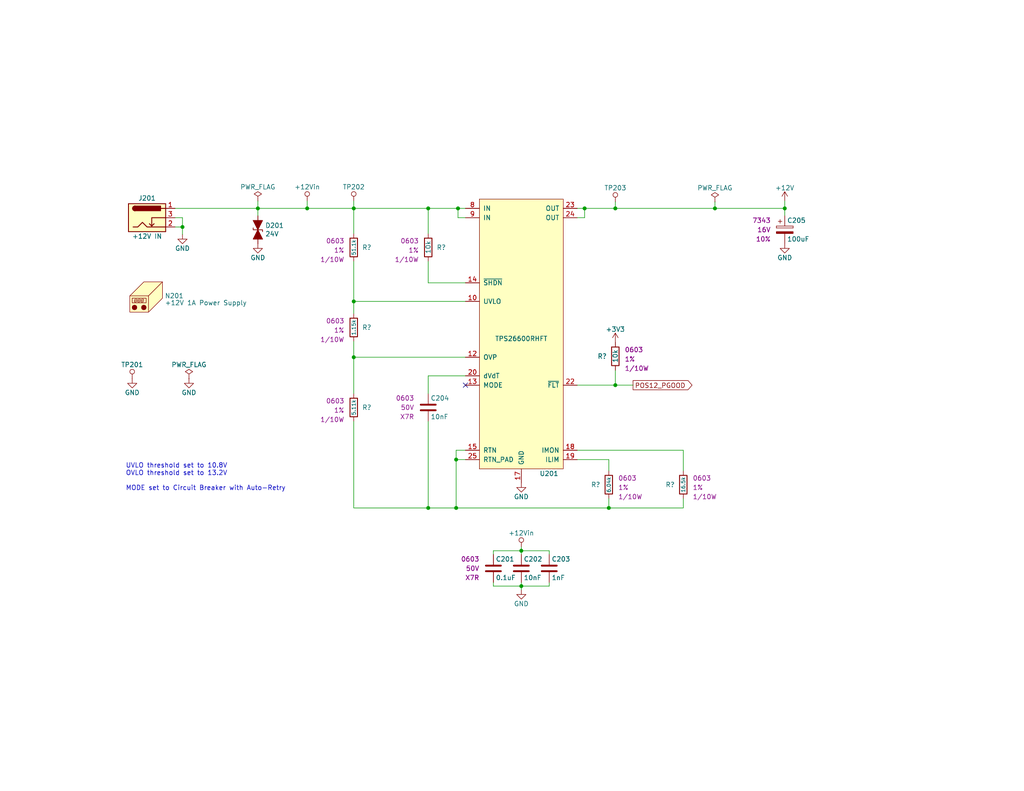
<source format=kicad_sch>
(kicad_sch (version 20230121) (generator eeschema)
  (paper "A")
  (title_block (title "Incrementor") (date "2019-09-03") (rev "A") (company "Drew Maatman"))
  (lib_symbols
    (symbol "Connector:Barrel_Jack_Switch" (pin_names hide)
      (property "Reference" "J" (at 0 5.334 0))
      (property "Value" "Barrel_Jack_Switch" (at 0 -5.08 0))
      (symbol "Barrel_Jack_Switch_0_1"
        (rectangle (start -5.08 3.81) (end 5.08 -3.81) (stroke (width 0.254)) (fill (type background)))
        (arc (start -3.302 3.175) (mid -3.9343 2.54) (end -3.302 1.905) (stroke (width 0.254)))
        (arc (start -3.302 3.175) (mid -3.9343 2.54) (end -3.302 1.905) (stroke (width 0.254)) (fill (type outline)))
        (polyline (pts (xy 1.27 -2.286) (xy 1.905 -1.651)) (stroke (width 0.254)))
        (polyline (pts (xy 5.08 2.54) (xy 3.81 2.54)) (stroke (width 0.254)))
        (polyline (pts (xy 5.08 0) (xy 1.27 0) (xy 1.27 -2.286) (xy 0.635 -1.651)) (stroke (width 0.254)))
        (polyline (pts (xy -3.81 -2.54) (xy -2.54 -2.54) (xy -1.27 -1.27) (xy 0 -2.54) (xy 2.54 -2.54) (xy 5.08 -2.54)) (stroke (width 0.254)))
        (rectangle (start 3.683 3.175) (end -3.302 1.905) (stroke (width 0.254)) (fill (type outline)))
      )
      (symbol "Barrel_Jack_Switch_1_1"
        (pin passive line (at 7.62 2.54 180) (length 2.54) (name "~") (number "1"))
        (pin passive line (at 7.62 -2.54 180) (length 2.54) (name "~") (number "2"))
        (pin passive line (at 7.62 0 180) (length 2.54) (name "~") (number "3"))
      )
    )
    (symbol "Custom_Library:+12Vin" (power) (pin_names (offset 0))
      (property "Value" "+12Vin" (at 0 3.81 0))
      (symbol "+12Vin_0_1"
        (polyline (pts (xy 0 0) (xy 0 1.27)))
        (circle (center 0 1.905) (radius 0.635))
      )
      (symbol "+12Vin_1_1"
        (pin power_in line (at 0 0 90) (length 0) hide (name "+12Vin") (number "1"))
      )
    )
    (symbol "Custom_Library:CP_Tant_Custom" (pin_numbers hide) (pin_names (offset 0.254))
      (property "Reference" "C" (at 0.635 2.54 0))
      (property "Value" "CP_Tant_Custom" (at 0.635 -2.54 0))
      (property "display_footprint" "Foot" (at -3.81 2.54 0))
      (property "Voltage" "V" (at -3.81 0 0))
      (property "Tolerance" "Tol" (at -3.81 -2.54 0))
      (symbol "CP_Tant_Custom_0_1"
        (rectangle (start -2.286 0.508) (end -2.286 1.016))
        (rectangle (start -2.286 0.508) (end 2.286 0.508))
        (polyline (pts (xy -1.778 2.286) (xy -0.762 2.286)))
        (polyline (pts (xy -1.27 2.794) (xy -1.27 1.778)))
        (rectangle (start 2.286 -0.508) (end -2.286 -1.016) (fill (type outline)))
        (rectangle (start 2.286 1.016) (end -2.286 1.016))
        (rectangle (start 2.286 1.016) (end 2.286 0.508))
      )
      (symbol "CP_Tant_Custom_1_1"
        (pin passive line (at 0 3.81 270) (length 2.794) (name "~") (number "1"))
        (pin passive line (at 0 -3.81 90) (length 2.794) (name "~") (number "2"))
      )
    )
    (symbol "Custom_Library:C_Custom" (pin_numbers hide) (pin_names (offset 0.254))
      (property "Reference" "C" (at 0.635 2.54 0))
      (property "Value" "C_Custom" (at 0.635 -2.54 0))
      (property "display_footprint" "Foot" (at -3.81 2.54 0))
      (property "Voltage" "V" (at -3.81 0 0))
      (property "Dielectric" "Er" (at -3.81 -2.54 0))
      (symbol "C_Custom_0_1"
        (polyline (pts (xy -2.032 -0.762) (xy 2.032 -0.762)) (stroke (width 0.508)))
        (polyline (pts (xy -2.032 0.762) (xy 2.032 0.762)) (stroke (width 0.508)))
      )
      (symbol "C_Custom_1_1"
        (pin passive line (at 0 3.81 270) (length 2.794) (name "~") (number "1"))
        (pin passive line (at 0 -3.81 90) (length 2.794) (name "~") (number "2"))
      )
    )
    (symbol "Custom_Library:R_Custom" (pin_numbers hide) (pin_names (offset 1.016) hide)
      (property "Reference" "R" (at -2.54 0 90))
      (property "Value" "R_Custom" (at 0 0 90))
      (property "display_footprint" "Foot" (at 2.54 0 90))
      (property "Tolerance" "Tol" (at 5.08 0 90))
      (property "Wattage" "W" (at 7.62 0 90))
      (symbol "R_Custom_0_1"
        (rectangle (start 1.016 2.54) (end -1.016 -2.54) (stroke (width 0.254)))
      )
      (symbol "R_Custom_1_1"
        (pin passive line (at 0 3.81 270) (length 1.27) (name "1") (number "1"))
        (pin passive line (at 0 -3.81 90) (length 1.27) (name "2") (number "2"))
      )
    )
    (symbol "Custom_Library:TP" (pin_numbers hide) (pin_names (offset 0) hide)
      (property "Reference" "TP" (at 0 3.81 0))
      (symbol "TP_0_1"
        (polyline (pts (xy 0 0) (xy 0 1.27)))
        (circle (center 0 1.905) (radius 0.635))
      )
      (symbol "TP_1_1"
        (pin passive line (at 0 0 90) (length 0) (name "TP") (number "1"))
      )
    )
    (symbol "Custom_Library:TP_Pad" (pin_numbers hide) (pin_names (offset 0) hide)
      (property "Reference" "TP" (at 0 3.81 0))
      (symbol "TP_Pad_0_1"
        (polyline (pts (xy 0 0) (xy 0 1.27)))
        (circle (center 0 1.905) (radius 0.635))
      )
      (symbol "TP_Pad_1_1"
        (pin passive line (at 0 0 90) (length 0) (name "TP") (number "1"))
      )
    )
    (symbol "Incrementor-rescue:+3.3V-power" (power) (pin_names (offset 0))
      (property "Value" "+3.3V-power" (at 0 3.556 0))
      (symbol "+3.3V-power_0_1"
        (polyline (pts (xy -0.762 1.27) (xy 0 2.54)))
        (polyline (pts (xy 0 0) (xy 0 2.54)))
        (polyline (pts (xy 0 2.54) (xy 0.762 1.27)))
      )
      (symbol "+3.3V-power_1_1"
        (pin power_in line (at 0 0 90) (length 0) hide (name "+3V3") (number "1"))
      )
    )
    (symbol "Incrementor-rescue:D_TVS_ALT-Device" (pin_numbers hide) (pin_names (offset 1.016) hide)
      (property "Reference" "D" (at 0 2.54 0))
      (property "Value" "Device_D_TVS_ALT" (at 0 -2.54 0))
      (symbol "D_TVS_ALT-Device_0_1"
        (polyline (pts (xy 1.27 0) (xy -1.27 0)))
        (polyline (pts (xy -2.54 -1.27) (xy 0 0) (xy -2.54 1.27) (xy -2.54 -1.27)) (stroke (width 0.2032)) (fill (type outline)))
        (polyline (pts (xy 0.508 1.27) (xy 0 1.27) (xy 0 -1.27) (xy -0.508 -1.27)) (stroke (width 0.2032)))
        (polyline (pts (xy 2.54 1.27) (xy 2.54 -1.27) (xy 0 0) (xy 2.54 1.27)) (stroke (width 0.2032)) (fill (type outline)))
      )
      (symbol "D_TVS_ALT-Device_1_1"
        (pin passive line (at -3.81 0 0) (length 2.54) (name "A1") (number "1"))
        (pin passive line (at 3.81 0 180) (length 2.54) (name "A2") (number "2"))
      )
    )
    (symbol "Incrementor-rescue:TPS26600RHFT-Custom_Library" (pin_names (offset 1.016))
      (property "Reference" "U" (at 10.16 -36.83 0))
      (property "Value" "Custom_Library_TPS26600RHFT" (at 0 0 0))
      (symbol "TPS26600RHFT-Custom_Library_0_1"
        (rectangle (start -11.43 38.1) (end 11.43 -35.56) (fill (type background)))
      )
      (symbol "TPS26600RHFT-Custom_Library_1_1"
        (pin no_connect line (at 15.24 -16.51 180) (length 3.81) hide (name "NC") (number "1"))
        (pin passive line (at -15.24 10.16 0) (length 3.81) (name "UVLO") (number "10"))
        (pin no_connect line (at 15.24 -25.4 180) (length 3.81) hide (name "NC") (number "11"))
        (pin no_connect line (at 15.24 -27.94 180) (length 3.81) hide (name "NC") (number "12"))
        (pin passive line (at -15.24 -5.08 0) (length 3.81) (name "OVP") (number "12"))
        (pin passive line (at -15.24 -12.7 0) (length 3.81) (name "MODE") (number "13"))
        (pin input line (at -15.24 15.24 0) (length 3.81) (name "~{SHDN}") (number "14"))
        (pin passive line (at -15.24 -30.48 0) (length 3.81) (name "RTN") (number "15"))
        (pin no_connect line (at 15.24 -26.67 180) (length 3.81) hide (name "NC") (number "16"))
        (pin power_in line (at 0 -39.37 90) (length 3.81) (name "GND") (number "17"))
        (pin passive line (at 15.24 -30.48 180) (length 3.81) (name "IMON") (number "18"))
        (pin passive line (at 15.24 -33.02 180) (length 3.81) (name "ILIM") (number "19"))
        (pin no_connect line (at 15.24 -17.78 180) (length 3.81) hide (name "NC") (number "2"))
        (pin passive line (at -15.24 -10.16 0) (length 3.81) (name "dVdT") (number "20"))
        (pin open_collector line (at 15.24 -12.7 180) (length 3.81) (name "~{FLT}") (number "22"))
        (pin power_out line (at 15.24 35.56 180) (length 3.81) (name "OUT") (number "23"))
        (pin power_out line (at 15.24 33.02 180) (length 3.81) (name "OUT") (number "24"))
        (pin passive line (at -15.24 -33.02 0) (length 3.81) (name "RTN_PAD") (number "25"))
        (pin no_connect line (at 15.24 -19.05 180) (length 3.81) hide (name "NC") (number "3"))
        (pin no_connect line (at 15.24 -21.59 180) (length 3.81) hide (name "NC") (number "4"))
        (pin no_connect line (at 15.24 -20.32 180) (length 3.81) hide (name "NC") (number "5"))
        (pin no_connect line (at 15.24 -22.86 180) (length 3.81) hide (name "NC") (number "6"))
        (pin no_connect line (at 15.24 -24.13 180) (length 3.81) hide (name "NC") (number "7"))
        (pin power_in line (at -15.24 35.56 0) (length 3.81) (name "IN") (number "8"))
        (pin power_in line (at -15.24 33.02 0) (length 3.81) (name "IN") (number "9"))
      )
    )
    (symbol "Mechanical:Housing" (pin_names (offset 1.016))
      (property "Reference" "N" (at 3.81 0 0))
      (property "Value" "Housing" (at 3.81 -1.905 0))
      (symbol "Housing_0_1"
        (rectangle (start -5.08 -0.635) (end -1.27 -1.905))
        (circle (center -4.445 -3.175) (radius 0.635) (fill (type outline)))
        (circle (center -1.905 -3.175) (radius 0.635) (fill (type outline)))
        (polyline (pts (xy -4.5212 -1.5748) (xy -4.4704 -1.3716)))
        (polyline (pts (xy -4.4196 -1.6764) (xy -4.064 -1.6764)))
        (polyline (pts (xy -4.4196 -1.2192) (xy -4.3688 -0.9652)))
        (polyline (pts (xy -4.318 -1.3208) (xy -4.0132 -1.3208)))
        (polyline (pts (xy -4.2164 -0.9144) (xy -3.9116 -0.9144)))
        (polyline (pts (xy -3.9116 -1.6256) (xy -3.8608 -1.3716)))
        (polyline (pts (xy -3.81 -1.2192) (xy -3.7592 -0.9652)))
        (polyline (pts (xy -3.6068 -1.5748) (xy -3.556 -1.3716)))
        (polyline (pts (xy -3.5052 -1.6764) (xy -3.1496 -1.6764)))
        (polyline (pts (xy -3.5052 -1.2192) (xy -3.4544 -0.9652)))
        (polyline (pts (xy -3.4036 -1.3208) (xy -3.0988 -1.3208)))
        (polyline (pts (xy -3.302 -0.9144) (xy -2.9972 -0.9144)))
        (polyline (pts (xy -2.9972 -1.6256) (xy -2.9464 -1.3716)))
        (polyline (pts (xy -2.8956 -1.2192) (xy -2.8448 -0.9652)))
        (polyline (pts (xy -2.6924 -1.5748) (xy -2.6416 -1.3716)))
        (polyline (pts (xy -2.5908 -1.6764) (xy -2.2352 -1.6764)))
        (polyline (pts (xy -2.5908 -1.2192) (xy -2.54 -0.9652)))
        (polyline (pts (xy -2.4892 -1.3208) (xy -2.1844 -1.3208)))
        (polyline (pts (xy -2.3876 -0.9144) (xy -2.0828 -0.9144)))
        (polyline (pts (xy -2.0828 -1.6256) (xy -2.032 -1.3716)))
        (polyline (pts (xy -1.9812 -1.2192) (xy -1.9304 -0.9652)))
        (polyline (pts (xy -0.635 0) (xy -0.635 -4.445)))
        (polyline (pts (xy -5.715 0) (xy -0.635 0) (xy 3.175 3.81)))
        (polyline (pts (xy -5.715 0) (xy -5.715 -4.445) (xy -0.635 -4.445) (xy 3.175 -0.635) (xy 3.175 3.81) (xy -1.905 3.81) (xy -5.715 0)) (fill (type background)))
      )
    )
    (symbol "power:+12V" (power) (pin_names (offset 0))
      (property "Value" "+12V" (at 0 3.556 0))
      (symbol "+12V_0_1"
        (polyline (pts (xy -0.762 1.27) (xy 0 2.54)))
        (polyline (pts (xy 0 0) (xy 0 2.54)))
        (polyline (pts (xy 0 2.54) (xy 0.762 1.27)))
      )
      (symbol "+12V_1_1"
        (pin power_in line (at 0 0 90) (length 0) hide (name "+12V") (number "1"))
      )
    )
    (symbol "power:GND" (power) (pin_names (offset 0))
      (property "Value" "GND" (at 0 -3.81 0))
      (symbol "GND_0_1"
        (polyline (pts (xy 0 0) (xy 0 -1.27) (xy 1.27 -1.27) (xy 0 -2.54) (xy -1.27 -1.27) (xy 0 -1.27)))
      )
      (symbol "GND_1_1"
        (pin power_in line (at 0 0 270) (length 0) hide (name "GND") (number "1"))
      )
    )
    (symbol "power:PWR_FLAG" (power) (pin_numbers hide) (pin_names (offset 0) hide)
      (property "Value" "PWR_FLAG" (at 0 3.81 0))
      (symbol "PWR_FLAG_0_0"
        (pin power_out line (at 0 0 90) (length 0) (name "pwr") (number "1"))
      )
      (symbol "PWR_FLAG_0_1"
        (polyline (pts (xy 0 0) (xy 0 1.27) (xy -1.016 1.905) (xy 0 2.54) (xy 1.016 1.905) (xy 0 1.27)))
      )
    )
  )
  (junction (at 142.24 160.02))
  (junction (at 159.512 56.896))
  (junction (at 124.968 56.896))
  (junction (at 96.52 97.536))
  (junction (at 83.82 56.896))
  (junction (at 167.894 105.156))
  (junction (at 116.84 138.684))
  (junction (at 142.24 150.368))
  (junction (at 167.894 56.896))
  (junction (at 96.52 56.896))
  (junction (at 195.072 56.896))
  (junction (at 49.784 61.976))
  (junction (at 96.52 82.296))
  (junction (at 124.46 125.476))
  (junction (at 166.116 138.684))
  (junction (at 214.122 56.896))
  (junction (at 70.358 56.896))
  (junction (at 116.84 56.896))
  (junction (at 124.46 138.684))
  (no_connect (at 127 105.156))
  (wire (pts (xy 142.24 160.02) (xy 134.62 160.02)))
  (wire (pts (xy 124.46 122.936) (xy 124.46 125.476)))
  (wire (pts (xy 127 82.296) (xy 96.52 82.296)))
  (wire (pts (xy 49.784 64.008) (xy 49.784 61.976)))
  (wire (pts (xy 142.24 160.02) (xy 149.86 160.02)))
  (wire (pts (xy 142.24 150.368) (xy 149.86 150.368)))
  (wire (pts (xy 124.46 125.476) (xy 127 125.476)))
  (wire (pts (xy 96.52 56.896) (xy 83.82 56.896)))
  (wire (pts (xy 96.52 71.374) (xy 96.52 82.296)))
  (wire (pts (xy 142.24 160.02) (xy 142.24 159.004)))
  (wire (pts (xy 127 59.436) (xy 124.968 59.436)))
  (wire (pts (xy 186.436 136.144) (xy 186.436 138.684)))
  (wire (pts (xy 116.84 77.216) (xy 116.84 71.374)))
  (wire (pts (xy 127 122.936) (xy 124.46 122.936)))
  (wire (pts (xy 70.358 54.864) (xy 70.358 56.896)))
  (wire (pts (xy 124.968 56.896) (xy 116.84 56.896)))
  (wire (pts (xy 159.512 56.896) (xy 157.48 56.896)))
  (wire (pts (xy 186.436 128.524) (xy 186.436 122.936)))
  (wire (pts (xy 172.72 105.156) (xy 167.894 105.156)))
  (wire (pts (xy 70.358 58.928) (xy 70.358 56.896)))
  (wire (pts (xy 134.62 160.02) (xy 134.62 159.004)))
  (wire (pts (xy 142.24 149.352) (xy 142.24 150.368)))
  (wire (pts (xy 96.52 82.296) (xy 96.52 85.598)))
  (wire (pts (xy 149.86 160.02) (xy 149.86 159.004)))
  (wire (pts (xy 49.784 61.976) (xy 47.752 61.976)))
  (wire (pts (xy 116.84 102.616) (xy 127 102.616)))
  (wire (pts (xy 49.784 61.976) (xy 49.784 59.436)))
  (wire (pts (xy 83.82 56.896) (xy 70.358 56.896)))
  (wire (pts (xy 167.894 105.156) (xy 167.894 101.092)))
  (wire (pts (xy 134.62 150.368) (xy 142.24 150.368)))
  (wire (pts (xy 96.52 63.754) (xy 96.52 56.896)))
  (wire (pts (xy 186.436 122.936) (xy 157.48 122.936)))
  (wire (pts (xy 166.116 138.684) (xy 124.46 138.684)))
  (wire (pts (xy 186.436 138.684) (xy 166.116 138.684)))
  (wire (pts (xy 127 97.536) (xy 96.52 97.536)))
  (wire (pts (xy 116.84 115.062) (xy 116.84 138.684)))
  (wire (pts (xy 214.122 56.896) (xy 195.072 56.896)))
  (wire (pts (xy 116.84 63.754) (xy 116.84 56.896)))
  (wire (pts (xy 96.52 115.062) (xy 96.52 138.684)))
  (wire (pts (xy 127 77.216) (xy 116.84 77.216)))
  (wire (pts (xy 83.82 54.864) (xy 83.82 56.896)))
  (wire (pts (xy 96.52 138.684) (xy 116.84 138.684)))
  (wire (pts (xy 167.894 55.118) (xy 167.894 56.896)))
  (wire (pts (xy 195.072 56.896) (xy 167.894 56.896)))
  (wire (pts (xy 214.122 54.864) (xy 214.122 56.896)))
  (wire (pts (xy 149.86 150.368) (xy 149.86 151.384)))
  (wire (pts (xy 157.48 59.436) (xy 159.512 59.436)))
  (wire (pts (xy 166.116 136.144) (xy 166.116 138.684)))
  (wire (pts (xy 49.784 59.436) (xy 47.752 59.436)))
  (wire (pts (xy 195.072 55.118) (xy 195.072 56.896)))
  (wire (pts (xy 124.46 138.684) (xy 124.46 125.476)))
  (wire (pts (xy 214.122 58.928) (xy 214.122 56.896)))
  (wire (pts (xy 166.116 125.476) (xy 157.48 125.476)))
  (wire (pts (xy 96.52 97.536) (xy 96.52 93.218)))
  (wire (pts (xy 157.48 105.156) (xy 167.894 105.156)))
  (wire (pts (xy 116.84 138.684) (xy 124.46 138.684)))
  (wire (pts (xy 116.84 56.896) (xy 96.52 56.896)))
  (wire (pts (xy 166.116 128.524) (xy 166.116 125.476)))
  (wire (pts (xy 96.52 54.864) (xy 96.52 56.896)))
  (wire (pts (xy 127 56.896) (xy 124.968 56.896)))
  (wire (pts (xy 142.24 161.036) (xy 142.24 160.02)))
  (wire (pts (xy 116.84 107.442) (xy 116.84 102.616)))
  (wire (pts (xy 124.968 59.436) (xy 124.968 56.896)))
  (wire (pts (xy 47.752 56.896) (xy 70.358 56.896)))
  (wire (pts (xy 96.52 107.442) (xy 96.52 97.536)))
  (wire (pts (xy 134.62 151.384) (xy 134.62 150.368)))
  (wire (pts (xy 142.24 150.368) (xy 142.24 151.384)))
  (wire (pts (xy 159.512 59.436) (xy 159.512 56.896)))
  (wire (pts (xy 167.894 56.896) (xy 159.512 56.896)))
  (text "UVLO threshold set to 10.8V\nOVLO threshold set to 13.2V\n\nMODE set to Circuit Breaker with Auto-Retry" (at 34.29 134.112 0) (effects (font (size 1.27 1.27)) (justify left bottom)))
  (global_label "POS12_PGOOD" (shape output) (at 172.72 105.156 0) (property "Intersheetrefs" "${INTERSHEET_REFS}" (effects hide)))
  (symbol (lib_id "Custom_Library:C_Custom") (at 134.62 155.194 0) (unit 1)
    (property "Reference" "C?" (at 135.255 152.654 0) (effects (justify left)))
    (property "Value" "0.1uF" (at 135.255 157.734 0) (effects (justify left)))
    (property "Footprint" "Capacitors_SMD:C_0603" (effects hide))
    (property "display_footprint" "0603" (at 130.81 152.654 0) (effects (justify right)))
    (property "Voltage" "50V" (at 130.81 155.194 0) (effects (justify right)))
    (property "Dielectric" "X7R" (at 130.81 157.734 0) (effects (justify right)))
    (property "Digi-Key PN" "311-1344-1-ND" (effects hide))
    (instances (project "Incrementor" (path "" (reference "C201") (unit 1))))
  )
  (symbol (lib_id "Custom_Library:C_Custom") (at 142.24 155.194 0) (unit 1)
    (property "Reference" "C?" (at 142.875 152.654 0) (effects (justify left)))
    (property "Value" "10nF" (at 142.875 157.734 0) (effects (justify left)))
    (property "Footprint" "Capacitors_SMD:C_0603" (effects hide))
    (property "display_footprint" "0603" (effects hide))
    (property "Voltage" "50V" (effects hide))
    (property "Dielectric" "X7R" (effects hide))
    (property "Digi-Key PN" "1276-1921-1-ND" (effects hide))
    (instances (project "Incrementor" (path "" (reference "C202") (unit 1))))
  )
  (symbol (lib_id "Custom_Library:C_Custom") (at 149.86 155.194 0) (unit 1)
    (property "Reference" "C?" (at 150.495 152.654 0) (effects (justify left)))
    (property "Value" "1nF" (at 150.495 157.734 0) (effects (justify left)))
    (property "Footprint" "Capacitors_SMD:C_0603" (effects hide))
    (property "display_footprint" "0603" (effects hide))
    (property "Voltage" "50V" (effects hide))
    (property "Dielectric" "X7R" (effects hide))
    (property "Digi-Key PN" "1276-1018-1-ND" (effects hide))
    (instances (project "Incrementor" (path "" (reference "C203") (unit 1))))
  )
  (symbol (lib_id "power:GND") (at 142.24 161.036 0) (unit 1)
    (property "Reference" "#PWR0208" (effects hide))
    (property "Value" "GND" (at 142.24 164.846 0))
  )
  (symbol (lib_id "Custom_Library:+12Vin") (at 83.82 54.864 0) (unit 1)
    (property "Reference" "#PWR0204" (effects hide))
    (property "Value" "+12Vin" (at 83.82 51.054 0))
  )
  (symbol (lib_id "Custom_Library:+12Vin") (at 142.24 149.352 0) (unit 1)
    (property "Reference" "#PWR0207" (effects hide))
    (property "Value" "+12Vin" (at 142.24 145.542 0))
  )
  (symbol (lib_id "Custom_Library:CP_Tant_Custom") (at 214.122 62.738 0) (unit 1)
    (property "Reference" "C205" (at 214.757 60.198 0) (effects (justify left)))
    (property "Value" "100uF" (at 214.757 65.278 0) (effects (justify left)))
    (property "Footprint" "Capacitors_Tantalum_SMD:CP_Tantalum_Case-X_EIA-7343-43_Reflow" (effects hide))
    (property "Digi-Key PN" "718-1102-1-ND" (effects hide))
    (property "display_footprint" "7343" (at 210.312 60.198 0) (effects (justify right)))
    (property "Voltage" "16V" (at 210.312 62.738 0) (effects (justify right)))
    (property "Tolerance" "10%" (at 210.312 65.278 0) (effects (justify right)))
  )
  (symbol (lib_id "power:GND") (at 214.122 66.548 0) (unit 1)
    (property "Reference" "#PWR0212" (effects hide))
    (property "Value" "GND" (at 214.122 70.358 0))
  )
  (symbol (lib_id "power:+12V") (at 214.122 54.864 0) (unit 1)
    (property "Reference" "#PWR0211" (effects hide))
    (property "Value" "+12V" (at 214.122 51.308 0))
  )
  (symbol (lib_id "power:PWR_FLAG") (at 195.072 55.118 0) (unit 1)
    (property "Reference" "#FLG0203" (effects hide))
    (property "Value" "PWR_FLAG" (at 195.072 51.308 0))
  )
  (symbol (lib_id "power:GND") (at 51.562 103.378 0) (unit 1)
    (property "Reference" "#PWR0202" (effects hide))
    (property "Value" "GND" (at 51.562 107.188 0))
  )
  (symbol (lib_id "power:PWR_FLAG") (at 51.562 103.378 0) (unit 1)
    (property "Reference" "#FLG0201" (effects hide))
    (property "Value" "PWR_FLAG" (at 51.562 99.568 0))
  )
  (symbol (lib_id "power:PWR_FLAG") (at 70.358 54.864 0) (unit 1)
    (property "Reference" "#FLG0202" (effects hide))
    (property "Value" "PWR_FLAG" (at 70.358 51.054 0))
  )
  (symbol (lib_id "Incrementor-rescue:D_TVS_ALT-Device") (at 70.358 62.738 270) (unit 1)
    (property "Reference" "D201" (at 72.3646 61.5696 90) (effects (justify left)))
    (property "Value" "24V" (at 72.3646 63.881 90) (effects (justify left)))
    (property "Footprint" "Diodes_SMD:D_SMA" (effects hide))
    (property "Digi-Key PN" "SMAJ24CALFCT-ND" (effects hide))
  )
  (symbol (lib_id "power:GND") (at 70.358 66.548 0) (unit 1)
    (property "Reference" "#PWR0205" (effects hide))
    (property "Value" "GND" (at 70.358 70.358 0))
  )
  (symbol (lib_id "Connector:Barrel_Jack_Switch") (at 40.132 59.436 0) (unit 1)
    (property "Reference" "J201" (at 40.132 54.102 0))
    (property "Value" "+12V IN" (at 40.132 64.516 0))
    (property "Footprint" "Connectors:BARREL_JACK" (effects hide))
    (property "Digi-Key PN" "CP-202BH-ND" (effects hide))
  )
  (symbol (lib_id "power:GND") (at 49.784 64.008 0) (unit 1)
    (property "Reference" "#PWR0201" (effects hide))
    (property "Value" "GND" (at 49.784 67.818 0))
  )
  (symbol (lib_id "Incrementor-rescue:TPS26600RHFT-Custom_Library") (at 142.24 92.456 0) (unit 1)
    (property "Reference" "U201" (at 152.4 129.286 0) (effects (justify right)))
    (property "Value" "TPS26600RHFT" (at 142.24 92.456 0))
    (property "Footprint" "Housings_DFN_QFN:QFN-24-1EP_4x5mm_Pitch0.5mm" (effects hide))
    (property "Datasheet" "http://www.ti.com/lit/ds/symlink/tps2660.pdf" (effects hide))
    (property "Digi-Key PN" "296-45478-1-ND" (effects hide))
  )
  (symbol (lib_id "power:GND") (at 142.24 131.826 0) (unit 1)
    (property "Reference" "#PWR0206" (effects hide))
    (property "Value" "GND" (at 142.24 135.636 0))
  )
  (symbol (lib_id "Custom_Library:R_Custom") (at 167.894 97.282 0) (unit 1)
    (property "Reference" "R?" (at 165.608 97.282 0) (effects (justify right)))
    (property "Value" "10k" (at 167.894 99.06 90) (effects (justify left)))
    (property "Footprint" "Resistors_SMD:R_0603" (effects hide))
    (property "display_footprint" "0603" (at 170.434 95.504 0) (effects (justify left)))
    (property "Tolerance" "1%" (at 170.434 98.044 0) (effects (justify left)))
    (property "Wattage" "1/10W" (at 170.434 100.584 0) (effects (justify left)))
    (property "Digi-Key PN" "RMCF0603FT10K0CT-ND" (effects hide))
    (instances (project "Incrementor" (path "" (reference "R?") (unit 1)) (path "" (reference "R?") (unit 1)) (path "" (reference "R206") (unit 1))))
  )
  (symbol (lib_id "Incrementor-rescue:+3.3V-power") (at 167.894 93.472 0) (unit 1)
    (property "Reference" "#PWR0209" (effects hide))
    (property "Value" "+3.3V" (at 167.894 89.916 0))
  )
  (symbol (lib_id "Custom_Library:R_Custom") (at 166.116 132.334 0) (unit 1)
    (property "Reference" "R?" (at 163.83 132.334 0) (effects (justify right)))
    (property "Value" "6.04k" (at 166.116 132.334 90) (effects (font (size 1.016 1.016))))
    (property "Footprint" "Resistors_SMD:R_0603" (effects hide))
    (property "display_footprint" "0603" (at 168.656 130.556 0) (effects (justify left)))
    (property "Tolerance" "1%" (at 168.656 133.096 0) (effects (justify left)))
    (property "Wattage" "1/10W" (at 168.656 135.636 0) (effects (justify left)))
    (property "Digi-Key PN" "RMCF0603FT10K0CT-ND" (effects hide))
    (instances (project "Incrementor" (path "" (reference "R?") (unit 1)) (path "" (reference "R?") (unit 1)) (path "" (reference "R205") (unit 1))))
  )
  (symbol (lib_id "Custom_Library:R_Custom") (at 186.436 132.334 0) (unit 1)
    (property "Reference" "R?" (at 184.15 132.334 0) (effects (justify right)))
    (property "Value" "16.5k" (at 186.436 132.334 90) (effects (font (size 1.016 1.016))))
    (property "Footprint" "Resistors_SMD:R_0603" (effects hide))
    (property "display_footprint" "0603" (at 188.976 130.556 0) (effects (justify left)))
    (property "Tolerance" "1%" (at 188.976 133.096 0) (effects (justify left)))
    (property "Wattage" "1/10W" (at 188.976 135.636 0) (effects (justify left)))
    (property "Digi-Key PN" "RMCF0603FT10K0CT-ND" (effects hide))
    (instances (project "Incrementor" (path "" (reference "R?") (unit 1)) (path "" (reference "R?") (unit 1)) (path "" (reference "R207") (unit 1))))
  )
  (symbol (lib_id "Custom_Library:R_Custom") (at 96.52 89.408 0) (mirror y) (unit 1)
    (property "Reference" "R?" (at 98.806 89.408 0) (effects (justify right)))
    (property "Value" "1.15k" (at 96.52 89.408 90) (effects (font (size 1.016 1.016))))
    (property "Footprint" "Resistors_SMD:R_0603" (effects hide))
    (property "display_footprint" "0603" (at 93.98 87.63 0) (effects (justify left)))
    (property "Tolerance" "1%" (at 93.98 90.17 0) (effects (justify left)))
    (property "Wattage" "1/10W" (at 93.98 92.71 0) (effects (justify left)))
    (property "Digi-Key PN" "RMCF0603FT10K0CT-ND" (effects hide))
    (instances (project "Incrementor" (path "" (reference "R?") (unit 1)) (path "" (reference "R?") (unit 1)) (path "" (reference "R202") (unit 1))))
  )
  (symbol (lib_id "Custom_Library:R_Custom") (at 96.52 67.564 0) (mirror y) (unit 1)
    (property "Reference" "R?" (at 98.806 67.564 0) (effects (justify right)))
    (property "Value" "51.1k" (at 96.52 67.564 90) (effects (font (size 1.016 1.016))))
    (property "Footprint" "Resistors_SMD:R_0603" (effects hide))
    (property "display_footprint" "0603" (at 93.98 65.786 0) (effects (justify left)))
    (property "Tolerance" "1%" (at 93.98 68.326 0) (effects (justify left)))
    (property "Wattage" "1/10W" (at 93.98 70.866 0) (effects (justify left)))
    (property "Digi-Key PN" "RMCF0603FT10K0CT-ND" (effects hide))
    (instances (project "Incrementor" (path "" (reference "R?") (unit 1)) (path "" (reference "R?") (unit 1)) (path "" (reference "R201") (unit 1))))
  )
  (symbol (lib_id "Custom_Library:R_Custom") (at 96.52 111.252 0) (mirror y) (unit 1)
    (property "Reference" "R?" (at 98.806 111.252 0) (effects (justify right)))
    (property "Value" "5.11k" (at 96.52 111.252 90) (effects (font (size 1.016 1.016))))
    (property "Footprint" "Resistors_SMD:R_0603" (effects hide))
    (property "display_footprint" "0603" (at 93.98 109.474 0) (effects (justify left)))
    (property "Tolerance" "1%" (at 93.98 112.014 0) (effects (justify left)))
    (property "Wattage" "1/10W" (at 93.98 114.554 0) (effects (justify left)))
    (property "Digi-Key PN" "RMCF0603FT10K0CT-ND" (effects hide))
    (instances (project "Incrementor" (path "" (reference "R?") (unit 1)) (path "" (reference "R?") (unit 1)) (path "" (reference "R203") (unit 1))))
  )
  (symbol (lib_id "Custom_Library:R_Custom") (at 116.84 67.564 0) (mirror y) (unit 1)
    (property "Reference" "R?" (at 119.126 67.564 0) (effects (justify right)))
    (property "Value" "10k" (at 116.84 69.342 90) (effects (justify left)))
    (property "Footprint" "Resistors_SMD:R_0603" (effects hide))
    (property "display_footprint" "0603" (at 114.3 65.786 0) (effects (justify left)))
    (property "Tolerance" "1%" (at 114.3 68.326 0) (effects (justify left)))
    (property "Wattage" "1/10W" (at 114.3 70.866 0) (effects (justify left)))
    (property "Digi-Key PN" "RMCF0603FT10K0CT-ND" (effects hide))
    (instances (project "Incrementor" (path "" (reference "R?") (unit 1)) (path "" (reference "R?") (unit 1)) (path "" (reference "R204") (unit 1))))
  )
  (symbol (lib_id "Custom_Library:TP_Pad") (at 167.894 55.118 0) (unit 1)
    (property "Reference" "TP203" (at 167.894 51.308 0))
    (property "Value" "TP_Pad" (effects hide))
    (property "Footprint" "Custom Footprints Library:Test_Point" (effects hide))
  )
  (symbol (lib_id "Custom_Library:TP_Pad") (at 96.52 54.864 0) (unit 1)
    (property "Reference" "TP202" (at 96.52 51.054 0))
    (property "Value" "TP_Pad" (effects hide))
    (property "Footprint" "Custom Footprints Library:Test_Point" (effects hide))
  )
  (symbol (lib_id "Custom_Library:TP") (at 36.068 103.378 0) (unit 1)
    (property "Reference" "TP201" (at 36.068 99.568 0))
    (property "Value" "TP" (effects hide))
    (property "Footprint" "Pin_Headers:Pin_Header_Angled_1x01_Pitch2.54mm" (effects hide))
    (property "Digi-Key PN" "36-5005-ND" (effects hide))
  )
  (symbol (lib_id "power:GND") (at 36.068 103.378 0) (unit 1)
    (property "Reference" "#PWR0203" (effects hide))
    (property "Value" "GND" (at 36.068 107.188 0))
  )
  (symbol (lib_id "Custom_Library:C_Custom") (at 116.84 111.252 0) (unit 1)
    (property "Reference" "C?" (at 117.475 108.712 0) (effects (justify left)))
    (property "Value" "10nF" (at 117.475 113.792 0) (effects (justify left)))
    (property "Footprint" "Capacitors_SMD:C_0603" (effects hide))
    (property "display_footprint" "0603" (at 113.03 108.712 0) (effects (justify right)))
    (property "Voltage" "50V" (at 113.03 111.252 0) (effects (justify right)))
    (property "Dielectric" "X7R" (at 113.03 113.792 0) (effects (justify right)))
    (property "Digi-Key PN" "1276-1921-1-ND" (effects hide))
    (instances (project "Incrementor" (path "" (reference "C204") (unit 1))))
  )
  (symbol (lib_id "Mechanical:Housing") (at 41.148 80.772 0) (unit 1)
    (property "Reference" "N201" (at 44.958 80.772 0) (effects (justify left)))
    (property "Value" "+12V 1A Power Supply" (at 44.958 82.677 0) (effects (justify left)))
    (property "Digi-Key PN" "993-1335-ND" (effects hide))
  )
)
</source>
